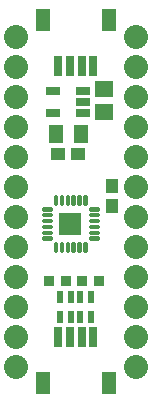
<source format=gbr>
G04 EAGLE Gerber RS-274X export*
G75*
%MOMM*%
%FSLAX34Y34*%
%LPD*%
%INSoldermask Top*%
%IPPOS*%
%AMOC8*
5,1,8,0,0,1.08239X$1,22.5*%
G01*
%ADD10C,2.032000*%
%ADD11R,1.601600X1.341600*%
%ADD12R,1.176600X1.101600*%
%ADD13R,0.551600X1.001600*%
%ADD14R,0.701600X1.651600*%
%ADD15R,1.301600X1.901600*%
%ADD16R,0.901600X0.901600*%
%ADD17C,0.240406*%
%ADD18R,1.879600X1.879600*%
%ADD19R,1.301600X0.651600*%
%ADD20R,1.301600X1.601600*%
%ADD21R,1.101600X1.176600*%


D10*
X12700Y304800D03*
X12700Y279400D03*
X12700Y254000D03*
X12700Y228600D03*
X12700Y203200D03*
X12700Y177800D03*
X12700Y152400D03*
X12700Y127000D03*
X12700Y101600D03*
X12700Y76200D03*
X12700Y50800D03*
X12700Y25400D03*
X114300Y304800D03*
X114300Y279400D03*
X114300Y254000D03*
X114300Y228600D03*
X114300Y203200D03*
X114300Y177800D03*
X114300Y152400D03*
X114300Y127000D03*
X114300Y101600D03*
X114300Y76200D03*
X114300Y50800D03*
X114300Y25400D03*
D11*
X87630Y260325D03*
X87630Y241325D03*
D12*
X48650Y205740D03*
X65650Y205740D03*
D13*
X76500Y67700D03*
X76500Y84700D03*
X67500Y67700D03*
X59500Y67700D03*
X50500Y67700D03*
X50500Y84700D03*
X67500Y84700D03*
X59500Y84700D03*
D14*
X68500Y279660D03*
X58500Y279660D03*
X78500Y279660D03*
X48500Y279660D03*
D15*
X91500Y318660D03*
X35500Y318660D03*
D14*
X58500Y50540D03*
X68500Y50540D03*
X48500Y50540D03*
X78500Y50540D03*
D15*
X35500Y11540D03*
X91500Y11540D03*
D16*
X83700Y97790D03*
X68700Y97790D03*
X40760Y97790D03*
X55760Y97790D03*
D17*
X72261Y163379D02*
X72261Y169991D01*
X72261Y163379D02*
X70849Y163379D01*
X70849Y169991D01*
X72261Y169991D01*
X72261Y165663D02*
X70849Y165663D01*
X70849Y167947D02*
X72261Y167947D01*
X67261Y169991D02*
X67261Y163379D01*
X65849Y163379D01*
X65849Y169991D01*
X67261Y169991D01*
X67261Y165663D02*
X65849Y165663D01*
X65849Y167947D02*
X67261Y167947D01*
X62261Y169991D02*
X62261Y163379D01*
X60849Y163379D01*
X60849Y169991D01*
X62261Y169991D01*
X62261Y165663D02*
X60849Y165663D01*
X60849Y167947D02*
X62261Y167947D01*
X57261Y169991D02*
X57261Y163379D01*
X55849Y163379D01*
X55849Y169991D01*
X57261Y169991D01*
X57261Y165663D02*
X55849Y165663D01*
X55849Y167947D02*
X57261Y167947D01*
X52261Y169991D02*
X52261Y163379D01*
X50849Y163379D01*
X50849Y169991D01*
X52261Y169991D01*
X52261Y165663D02*
X50849Y165663D01*
X50849Y167947D02*
X52261Y167947D01*
X47261Y169991D02*
X47261Y163379D01*
X45849Y163379D01*
X45849Y169991D01*
X47261Y169991D01*
X47261Y165663D02*
X45849Y165663D01*
X45849Y167947D02*
X47261Y167947D01*
X42361Y158479D02*
X35749Y158479D01*
X35749Y159891D01*
X42361Y159891D01*
X42361Y158479D01*
X42361Y153479D02*
X35749Y153479D01*
X35749Y154891D01*
X42361Y154891D01*
X42361Y153479D01*
X42361Y148479D02*
X35749Y148479D01*
X35749Y149891D01*
X42361Y149891D01*
X42361Y148479D01*
X42361Y143479D02*
X35749Y143479D01*
X35749Y144891D01*
X42361Y144891D01*
X42361Y143479D01*
X42361Y138479D02*
X35749Y138479D01*
X35749Y139891D01*
X42361Y139891D01*
X42361Y138479D01*
X42361Y133479D02*
X35749Y133479D01*
X35749Y134891D01*
X42361Y134891D01*
X42361Y133479D01*
X45849Y129991D02*
X45849Y123379D01*
X45849Y129991D02*
X47261Y129991D01*
X47261Y123379D01*
X45849Y123379D01*
X45849Y125663D02*
X47261Y125663D01*
X47261Y127947D02*
X45849Y127947D01*
X50849Y129991D02*
X50849Y123379D01*
X50849Y129991D02*
X52261Y129991D01*
X52261Y123379D01*
X50849Y123379D01*
X50849Y125663D02*
X52261Y125663D01*
X52261Y127947D02*
X50849Y127947D01*
X55849Y129991D02*
X55849Y123379D01*
X55849Y129991D02*
X57261Y129991D01*
X57261Y123379D01*
X55849Y123379D01*
X55849Y125663D02*
X57261Y125663D01*
X57261Y127947D02*
X55849Y127947D01*
X60849Y129991D02*
X60849Y123379D01*
X60849Y129991D02*
X62261Y129991D01*
X62261Y123379D01*
X60849Y123379D01*
X60849Y125663D02*
X62261Y125663D01*
X62261Y127947D02*
X60849Y127947D01*
X65849Y129991D02*
X65849Y123379D01*
X65849Y129991D02*
X67261Y129991D01*
X67261Y123379D01*
X65849Y123379D01*
X65849Y125663D02*
X67261Y125663D01*
X67261Y127947D02*
X65849Y127947D01*
X70849Y129991D02*
X70849Y123379D01*
X70849Y129991D02*
X72261Y129991D01*
X72261Y123379D01*
X70849Y123379D01*
X70849Y125663D02*
X72261Y125663D01*
X72261Y127947D02*
X70849Y127947D01*
X75749Y134891D02*
X82361Y134891D01*
X82361Y133479D01*
X75749Y133479D01*
X75749Y134891D01*
X75749Y139891D02*
X82361Y139891D01*
X82361Y138479D01*
X75749Y138479D01*
X75749Y139891D01*
X75749Y144891D02*
X82361Y144891D01*
X82361Y143479D01*
X75749Y143479D01*
X75749Y144891D01*
X75749Y149891D02*
X82361Y149891D01*
X82361Y148479D01*
X75749Y148479D01*
X75749Y149891D01*
X75749Y154891D02*
X82361Y154891D01*
X82361Y153479D01*
X75749Y153479D01*
X75749Y154891D01*
X75749Y159891D02*
X82361Y159891D01*
X82361Y158479D01*
X75749Y158479D01*
X75749Y159891D01*
D18*
X59055Y146685D03*
D19*
X70151Y240055D03*
X70151Y249555D03*
X70151Y259055D03*
X44149Y259055D03*
X44149Y240055D03*
D20*
X46650Y222885D03*
X67650Y222885D03*
D21*
X93980Y161680D03*
X93980Y178680D03*
M02*

</source>
